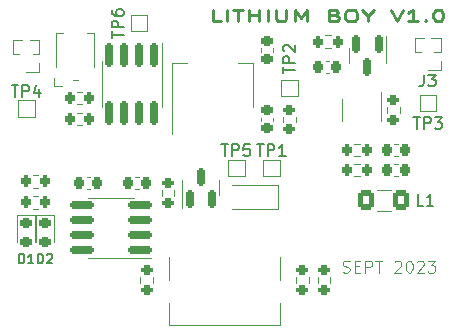
<source format=gto>
%TF.GenerationSoftware,KiCad,Pcbnew,7.0.6*%
%TF.CreationDate,2023-09-04T13:51:19+12:00*%
%TF.ProjectId,GBA_lipo,4742415f-6c69-4706-9f2e-6b696361645f,rev?*%
%TF.SameCoordinates,Original*%
%TF.FileFunction,Legend,Top*%
%TF.FilePolarity,Positive*%
%FSLAX46Y46*%
G04 Gerber Fmt 4.6, Leading zero omitted, Abs format (unit mm)*
G04 Created by KiCad (PCBNEW 7.0.6) date 2023-09-04 13:51:19*
%MOMM*%
%LPD*%
G01*
G04 APERTURE LIST*
G04 Aperture macros list*
%AMRoundRect*
0 Rectangle with rounded corners*
0 $1 Rounding radius*
0 $2 $3 $4 $5 $6 $7 $8 $9 X,Y pos of 4 corners*
0 Add a 4 corners polygon primitive as box body*
4,1,4,$2,$3,$4,$5,$6,$7,$8,$9,$2,$3,0*
0 Add four circle primitives for the rounded corners*
1,1,$1+$1,$2,$3*
1,1,$1+$1,$4,$5*
1,1,$1+$1,$6,$7*
1,1,$1+$1,$8,$9*
0 Add four rect primitives between the rounded corners*
20,1,$1+$1,$2,$3,$4,$5,0*
20,1,$1+$1,$4,$5,$6,$7,0*
20,1,$1+$1,$6,$7,$8,$9,0*
20,1,$1+$1,$8,$9,$2,$3,0*%
G04 Aperture macros list end*
%ADD10C,0.125000*%
%ADD11C,0.250000*%
%ADD12C,0.150000*%
%ADD13C,0.120000*%
%ADD14R,1.000000X1.000000*%
%ADD15RoundRect,0.200000X0.275000X-0.200000X0.275000X0.200000X-0.275000X0.200000X-0.275000X-0.200000X0*%
%ADD16RoundRect,0.250001X-0.462499X-0.624999X0.462499X-0.624999X0.462499X0.624999X-0.462499X0.624999X0*%
%ADD17O,1.000000X1.000000*%
%ADD18C,0.650000*%
%ADD19R,0.600000X1.450000*%
%ADD20R,0.300000X1.450000*%
%ADD21O,1.000000X1.600000*%
%ADD22O,1.000000X2.100000*%
%ADD23RoundRect,0.200000X0.200000X0.275000X-0.200000X0.275000X-0.200000X-0.275000X0.200000X-0.275000X0*%
%ADD24RoundRect,0.200000X-0.275000X0.200000X-0.275000X-0.200000X0.275000X-0.200000X0.275000X0.200000X0*%
%ADD25RoundRect,0.225000X-0.225000X-0.250000X0.225000X-0.250000X0.225000X0.250000X-0.225000X0.250000X0*%
%ADD26RoundRect,0.218750X-0.256250X0.218750X-0.256250X-0.218750X0.256250X-0.218750X0.256250X0.218750X0*%
%ADD27R,1.500000X2.000000*%
%ADD28R,3.800000X2.000000*%
%ADD29R,0.900000X1.200000*%
%ADD30RoundRect,0.200000X-0.200000X-0.275000X0.200000X-0.275000X0.200000X0.275000X-0.200000X0.275000X0*%
%ADD31R,1.200000X1.200000*%
%ADD32R,1.600000X1.500000*%
%ADD33R,0.650000X1.560000*%
%ADD34RoundRect,0.150000X-0.150000X0.587500X-0.150000X-0.587500X0.150000X-0.587500X0.150000X0.587500X0*%
%ADD35RoundRect,0.225000X0.225000X0.250000X-0.225000X0.250000X-0.225000X-0.250000X0.225000X-0.250000X0*%
%ADD36RoundRect,0.150000X0.825000X0.150000X-0.825000X0.150000X-0.825000X-0.150000X0.825000X-0.150000X0*%
%ADD37R,2.290000X3.000000*%
%ADD38RoundRect,0.225000X0.250000X-0.225000X0.250000X0.225000X-0.250000X0.225000X-0.250000X-0.225000X0*%
%ADD39RoundRect,0.150000X0.150000X-0.587500X0.150000X0.587500X-0.150000X0.587500X-0.150000X-0.587500X0*%
%ADD40RoundRect,0.225000X-0.250000X0.225000X-0.250000X-0.225000X0.250000X-0.225000X0.250000X0.225000X0*%
%ADD41RoundRect,0.150000X-0.150000X0.825000X-0.150000X-0.825000X0.150000X-0.825000X0.150000X0.825000X0*%
G04 APERTURE END LIST*
D10*
X110022712Y-138073500D02*
X110165569Y-138121119D01*
X110165569Y-138121119D02*
X110403664Y-138121119D01*
X110403664Y-138121119D02*
X110498902Y-138073500D01*
X110498902Y-138073500D02*
X110546521Y-138025880D01*
X110546521Y-138025880D02*
X110594140Y-137930642D01*
X110594140Y-137930642D02*
X110594140Y-137835404D01*
X110594140Y-137835404D02*
X110546521Y-137740166D01*
X110546521Y-137740166D02*
X110498902Y-137692547D01*
X110498902Y-137692547D02*
X110403664Y-137644928D01*
X110403664Y-137644928D02*
X110213188Y-137597309D01*
X110213188Y-137597309D02*
X110117950Y-137549690D01*
X110117950Y-137549690D02*
X110070331Y-137502071D01*
X110070331Y-137502071D02*
X110022712Y-137406833D01*
X110022712Y-137406833D02*
X110022712Y-137311595D01*
X110022712Y-137311595D02*
X110070331Y-137216357D01*
X110070331Y-137216357D02*
X110117950Y-137168738D01*
X110117950Y-137168738D02*
X110213188Y-137121119D01*
X110213188Y-137121119D02*
X110451283Y-137121119D01*
X110451283Y-137121119D02*
X110594140Y-137168738D01*
X111022712Y-137597309D02*
X111356045Y-137597309D01*
X111498902Y-138121119D02*
X111022712Y-138121119D01*
X111022712Y-138121119D02*
X111022712Y-137121119D01*
X111022712Y-137121119D02*
X111498902Y-137121119D01*
X111927474Y-138121119D02*
X111927474Y-137121119D01*
X111927474Y-137121119D02*
X112308426Y-137121119D01*
X112308426Y-137121119D02*
X112403664Y-137168738D01*
X112403664Y-137168738D02*
X112451283Y-137216357D01*
X112451283Y-137216357D02*
X112498902Y-137311595D01*
X112498902Y-137311595D02*
X112498902Y-137454452D01*
X112498902Y-137454452D02*
X112451283Y-137549690D01*
X112451283Y-137549690D02*
X112403664Y-137597309D01*
X112403664Y-137597309D02*
X112308426Y-137644928D01*
X112308426Y-137644928D02*
X111927474Y-137644928D01*
X112784617Y-137121119D02*
X113356045Y-137121119D01*
X113070331Y-138121119D02*
X113070331Y-137121119D01*
X114403665Y-137216357D02*
X114451284Y-137168738D01*
X114451284Y-137168738D02*
X114546522Y-137121119D01*
X114546522Y-137121119D02*
X114784617Y-137121119D01*
X114784617Y-137121119D02*
X114879855Y-137168738D01*
X114879855Y-137168738D02*
X114927474Y-137216357D01*
X114927474Y-137216357D02*
X114975093Y-137311595D01*
X114975093Y-137311595D02*
X114975093Y-137406833D01*
X114975093Y-137406833D02*
X114927474Y-137549690D01*
X114927474Y-137549690D02*
X114356046Y-138121119D01*
X114356046Y-138121119D02*
X114975093Y-138121119D01*
X115594141Y-137121119D02*
X115689379Y-137121119D01*
X115689379Y-137121119D02*
X115784617Y-137168738D01*
X115784617Y-137168738D02*
X115832236Y-137216357D01*
X115832236Y-137216357D02*
X115879855Y-137311595D01*
X115879855Y-137311595D02*
X115927474Y-137502071D01*
X115927474Y-137502071D02*
X115927474Y-137740166D01*
X115927474Y-137740166D02*
X115879855Y-137930642D01*
X115879855Y-137930642D02*
X115832236Y-138025880D01*
X115832236Y-138025880D02*
X115784617Y-138073500D01*
X115784617Y-138073500D02*
X115689379Y-138121119D01*
X115689379Y-138121119D02*
X115594141Y-138121119D01*
X115594141Y-138121119D02*
X115498903Y-138073500D01*
X115498903Y-138073500D02*
X115451284Y-138025880D01*
X115451284Y-138025880D02*
X115403665Y-137930642D01*
X115403665Y-137930642D02*
X115356046Y-137740166D01*
X115356046Y-137740166D02*
X115356046Y-137502071D01*
X115356046Y-137502071D02*
X115403665Y-137311595D01*
X115403665Y-137311595D02*
X115451284Y-137216357D01*
X115451284Y-137216357D02*
X115498903Y-137168738D01*
X115498903Y-137168738D02*
X115594141Y-137121119D01*
X116308427Y-137216357D02*
X116356046Y-137168738D01*
X116356046Y-137168738D02*
X116451284Y-137121119D01*
X116451284Y-137121119D02*
X116689379Y-137121119D01*
X116689379Y-137121119D02*
X116784617Y-137168738D01*
X116784617Y-137168738D02*
X116832236Y-137216357D01*
X116832236Y-137216357D02*
X116879855Y-137311595D01*
X116879855Y-137311595D02*
X116879855Y-137406833D01*
X116879855Y-137406833D02*
X116832236Y-137549690D01*
X116832236Y-137549690D02*
X116260808Y-138121119D01*
X116260808Y-138121119D02*
X116879855Y-138121119D01*
X117213189Y-137121119D02*
X117832236Y-137121119D01*
X117832236Y-137121119D02*
X117498903Y-137502071D01*
X117498903Y-137502071D02*
X117641760Y-137502071D01*
X117641760Y-137502071D02*
X117736998Y-137549690D01*
X117736998Y-137549690D02*
X117784617Y-137597309D01*
X117784617Y-137597309D02*
X117832236Y-137692547D01*
X117832236Y-137692547D02*
X117832236Y-137930642D01*
X117832236Y-137930642D02*
X117784617Y-138025880D01*
X117784617Y-138025880D02*
X117736998Y-138073500D01*
X117736998Y-138073500D02*
X117641760Y-138121119D01*
X117641760Y-138121119D02*
X117356046Y-138121119D01*
X117356046Y-138121119D02*
X117260808Y-138073500D01*
X117260808Y-138073500D02*
X117213189Y-138025880D01*
D11*
X99735901Y-116864619D02*
X99021615Y-116864619D01*
X99021615Y-116864619D02*
X99021615Y-115864619D01*
X100235901Y-116864619D02*
X100235901Y-115864619D01*
X100735902Y-115864619D02*
X101593045Y-115864619D01*
X101164473Y-116864619D02*
X101164473Y-115864619D01*
X102093044Y-116864619D02*
X102093044Y-115864619D01*
X102093044Y-116340809D02*
X102950187Y-116340809D01*
X102950187Y-116864619D02*
X102950187Y-115864619D01*
X103664473Y-116864619D02*
X103664473Y-115864619D01*
X104378759Y-115864619D02*
X104378759Y-116674142D01*
X104378759Y-116674142D02*
X104450188Y-116769380D01*
X104450188Y-116769380D02*
X104521617Y-116817000D01*
X104521617Y-116817000D02*
X104664474Y-116864619D01*
X104664474Y-116864619D02*
X104950188Y-116864619D01*
X104950188Y-116864619D02*
X105093045Y-116817000D01*
X105093045Y-116817000D02*
X105164474Y-116769380D01*
X105164474Y-116769380D02*
X105235902Y-116674142D01*
X105235902Y-116674142D02*
X105235902Y-115864619D01*
X105950188Y-116864619D02*
X105950188Y-115864619D01*
X105950188Y-115864619D02*
X106450188Y-116578904D01*
X106450188Y-116578904D02*
X106950188Y-115864619D01*
X106950188Y-115864619D02*
X106950188Y-116864619D01*
X109307331Y-116340809D02*
X109521617Y-116388428D01*
X109521617Y-116388428D02*
X109593046Y-116436047D01*
X109593046Y-116436047D02*
X109664474Y-116531285D01*
X109664474Y-116531285D02*
X109664474Y-116674142D01*
X109664474Y-116674142D02*
X109593046Y-116769380D01*
X109593046Y-116769380D02*
X109521617Y-116817000D01*
X109521617Y-116817000D02*
X109378760Y-116864619D01*
X109378760Y-116864619D02*
X108807331Y-116864619D01*
X108807331Y-116864619D02*
X108807331Y-115864619D01*
X108807331Y-115864619D02*
X109307331Y-115864619D01*
X109307331Y-115864619D02*
X109450189Y-115912238D01*
X109450189Y-115912238D02*
X109521617Y-115959857D01*
X109521617Y-115959857D02*
X109593046Y-116055095D01*
X109593046Y-116055095D02*
X109593046Y-116150333D01*
X109593046Y-116150333D02*
X109521617Y-116245571D01*
X109521617Y-116245571D02*
X109450189Y-116293190D01*
X109450189Y-116293190D02*
X109307331Y-116340809D01*
X109307331Y-116340809D02*
X108807331Y-116340809D01*
X110593046Y-115864619D02*
X110878760Y-115864619D01*
X110878760Y-115864619D02*
X111021617Y-115912238D01*
X111021617Y-115912238D02*
X111164474Y-116007476D01*
X111164474Y-116007476D02*
X111235903Y-116197952D01*
X111235903Y-116197952D02*
X111235903Y-116531285D01*
X111235903Y-116531285D02*
X111164474Y-116721761D01*
X111164474Y-116721761D02*
X111021617Y-116817000D01*
X111021617Y-116817000D02*
X110878760Y-116864619D01*
X110878760Y-116864619D02*
X110593046Y-116864619D01*
X110593046Y-116864619D02*
X110450189Y-116817000D01*
X110450189Y-116817000D02*
X110307331Y-116721761D01*
X110307331Y-116721761D02*
X110235903Y-116531285D01*
X110235903Y-116531285D02*
X110235903Y-116197952D01*
X110235903Y-116197952D02*
X110307331Y-116007476D01*
X110307331Y-116007476D02*
X110450189Y-115912238D01*
X110450189Y-115912238D02*
X110593046Y-115864619D01*
X112164475Y-116388428D02*
X112164475Y-116864619D01*
X111664475Y-115864619D02*
X112164475Y-116388428D01*
X112164475Y-116388428D02*
X112664475Y-115864619D01*
X114093046Y-115864619D02*
X114593046Y-116864619D01*
X114593046Y-116864619D02*
X115093046Y-115864619D01*
X116378760Y-116864619D02*
X115521617Y-116864619D01*
X115950188Y-116864619D02*
X115950188Y-115864619D01*
X115950188Y-115864619D02*
X115807331Y-116007476D01*
X115807331Y-116007476D02*
X115664474Y-116102714D01*
X115664474Y-116102714D02*
X115521617Y-116150333D01*
X117021616Y-116769380D02*
X117093045Y-116817000D01*
X117093045Y-116817000D02*
X117021616Y-116864619D01*
X117021616Y-116864619D02*
X116950188Y-116817000D01*
X116950188Y-116817000D02*
X117021616Y-116769380D01*
X117021616Y-116769380D02*
X117021616Y-116864619D01*
X118021617Y-115864619D02*
X118164474Y-115864619D01*
X118164474Y-115864619D02*
X118307331Y-115912238D01*
X118307331Y-115912238D02*
X118378760Y-115959857D01*
X118378760Y-115959857D02*
X118450188Y-116055095D01*
X118450188Y-116055095D02*
X118521617Y-116245571D01*
X118521617Y-116245571D02*
X118521617Y-116483666D01*
X118521617Y-116483666D02*
X118450188Y-116674142D01*
X118450188Y-116674142D02*
X118378760Y-116769380D01*
X118378760Y-116769380D02*
X118307331Y-116817000D01*
X118307331Y-116817000D02*
X118164474Y-116864619D01*
X118164474Y-116864619D02*
X118021617Y-116864619D01*
X118021617Y-116864619D02*
X117878760Y-116817000D01*
X117878760Y-116817000D02*
X117807331Y-116769380D01*
X117807331Y-116769380D02*
X117735902Y-116674142D01*
X117735902Y-116674142D02*
X117664474Y-116483666D01*
X117664474Y-116483666D02*
X117664474Y-116245571D01*
X117664474Y-116245571D02*
X117735902Y-116055095D01*
X117735902Y-116055095D02*
X117807331Y-115959857D01*
X117807331Y-115959857D02*
X117878760Y-115912238D01*
X117878760Y-115912238D02*
X118021617Y-115864619D01*
D12*
X90454819Y-118261904D02*
X90454819Y-117690476D01*
X91454819Y-117976190D02*
X90454819Y-117976190D01*
X91454819Y-117357142D02*
X90454819Y-117357142D01*
X90454819Y-117357142D02*
X90454819Y-116976190D01*
X90454819Y-116976190D02*
X90502438Y-116880952D01*
X90502438Y-116880952D02*
X90550057Y-116833333D01*
X90550057Y-116833333D02*
X90645295Y-116785714D01*
X90645295Y-116785714D02*
X90788152Y-116785714D01*
X90788152Y-116785714D02*
X90883390Y-116833333D01*
X90883390Y-116833333D02*
X90931009Y-116880952D01*
X90931009Y-116880952D02*
X90978628Y-116976190D01*
X90978628Y-116976190D02*
X90978628Y-117357142D01*
X90454819Y-115928571D02*
X90454819Y-116119047D01*
X90454819Y-116119047D02*
X90502438Y-116214285D01*
X90502438Y-116214285D02*
X90550057Y-116261904D01*
X90550057Y-116261904D02*
X90692914Y-116357142D01*
X90692914Y-116357142D02*
X90883390Y-116404761D01*
X90883390Y-116404761D02*
X91264342Y-116404761D01*
X91264342Y-116404761D02*
X91359580Y-116357142D01*
X91359580Y-116357142D02*
X91407200Y-116309523D01*
X91407200Y-116309523D02*
X91454819Y-116214285D01*
X91454819Y-116214285D02*
X91454819Y-116023809D01*
X91454819Y-116023809D02*
X91407200Y-115928571D01*
X91407200Y-115928571D02*
X91359580Y-115880952D01*
X91359580Y-115880952D02*
X91264342Y-115833333D01*
X91264342Y-115833333D02*
X91026247Y-115833333D01*
X91026247Y-115833333D02*
X90931009Y-115880952D01*
X90931009Y-115880952D02*
X90883390Y-115928571D01*
X90883390Y-115928571D02*
X90835771Y-116023809D01*
X90835771Y-116023809D02*
X90835771Y-116214285D01*
X90835771Y-116214285D02*
X90883390Y-116309523D01*
X90883390Y-116309523D02*
X90931009Y-116357142D01*
X90931009Y-116357142D02*
X91026247Y-116404761D01*
X99738095Y-127256819D02*
X100309523Y-127256819D01*
X100023809Y-128256819D02*
X100023809Y-127256819D01*
X100642857Y-128256819D02*
X100642857Y-127256819D01*
X100642857Y-127256819D02*
X101023809Y-127256819D01*
X101023809Y-127256819D02*
X101119047Y-127304438D01*
X101119047Y-127304438D02*
X101166666Y-127352057D01*
X101166666Y-127352057D02*
X101214285Y-127447295D01*
X101214285Y-127447295D02*
X101214285Y-127590152D01*
X101214285Y-127590152D02*
X101166666Y-127685390D01*
X101166666Y-127685390D02*
X101119047Y-127733009D01*
X101119047Y-127733009D02*
X101023809Y-127780628D01*
X101023809Y-127780628D02*
X100642857Y-127780628D01*
X102119047Y-127256819D02*
X101642857Y-127256819D01*
X101642857Y-127256819D02*
X101595238Y-127733009D01*
X101595238Y-127733009D02*
X101642857Y-127685390D01*
X101642857Y-127685390D02*
X101738095Y-127637771D01*
X101738095Y-127637771D02*
X101976190Y-127637771D01*
X101976190Y-127637771D02*
X102071428Y-127685390D01*
X102071428Y-127685390D02*
X102119047Y-127733009D01*
X102119047Y-127733009D02*
X102166666Y-127828247D01*
X102166666Y-127828247D02*
X102166666Y-128066342D01*
X102166666Y-128066342D02*
X102119047Y-128161580D01*
X102119047Y-128161580D02*
X102071428Y-128209200D01*
X102071428Y-128209200D02*
X101976190Y-128256819D01*
X101976190Y-128256819D02*
X101738095Y-128256819D01*
X101738095Y-128256819D02*
X101642857Y-128209200D01*
X101642857Y-128209200D02*
X101595238Y-128161580D01*
X81988095Y-122256819D02*
X82559523Y-122256819D01*
X82273809Y-123256819D02*
X82273809Y-122256819D01*
X82892857Y-123256819D02*
X82892857Y-122256819D01*
X82892857Y-122256819D02*
X83273809Y-122256819D01*
X83273809Y-122256819D02*
X83369047Y-122304438D01*
X83369047Y-122304438D02*
X83416666Y-122352057D01*
X83416666Y-122352057D02*
X83464285Y-122447295D01*
X83464285Y-122447295D02*
X83464285Y-122590152D01*
X83464285Y-122590152D02*
X83416666Y-122685390D01*
X83416666Y-122685390D02*
X83369047Y-122733009D01*
X83369047Y-122733009D02*
X83273809Y-122780628D01*
X83273809Y-122780628D02*
X82892857Y-122780628D01*
X84321428Y-122590152D02*
X84321428Y-123256819D01*
X84083333Y-122209200D02*
X83845238Y-122923485D01*
X83845238Y-122923485D02*
X84464285Y-122923485D01*
X115988095Y-124954819D02*
X116559523Y-124954819D01*
X116273809Y-125954819D02*
X116273809Y-124954819D01*
X116892857Y-125954819D02*
X116892857Y-124954819D01*
X116892857Y-124954819D02*
X117273809Y-124954819D01*
X117273809Y-124954819D02*
X117369047Y-125002438D01*
X117369047Y-125002438D02*
X117416666Y-125050057D01*
X117416666Y-125050057D02*
X117464285Y-125145295D01*
X117464285Y-125145295D02*
X117464285Y-125288152D01*
X117464285Y-125288152D02*
X117416666Y-125383390D01*
X117416666Y-125383390D02*
X117369047Y-125431009D01*
X117369047Y-125431009D02*
X117273809Y-125478628D01*
X117273809Y-125478628D02*
X116892857Y-125478628D01*
X117797619Y-124954819D02*
X118416666Y-124954819D01*
X118416666Y-124954819D02*
X118083333Y-125335771D01*
X118083333Y-125335771D02*
X118226190Y-125335771D01*
X118226190Y-125335771D02*
X118321428Y-125383390D01*
X118321428Y-125383390D02*
X118369047Y-125431009D01*
X118369047Y-125431009D02*
X118416666Y-125526247D01*
X118416666Y-125526247D02*
X118416666Y-125764342D01*
X118416666Y-125764342D02*
X118369047Y-125859580D01*
X118369047Y-125859580D02*
X118321428Y-125907200D01*
X118321428Y-125907200D02*
X118226190Y-125954819D01*
X118226190Y-125954819D02*
X117940476Y-125954819D01*
X117940476Y-125954819D02*
X117845238Y-125907200D01*
X117845238Y-125907200D02*
X117797619Y-125859580D01*
X104954819Y-121261904D02*
X104954819Y-120690476D01*
X105954819Y-120976190D02*
X104954819Y-120976190D01*
X105954819Y-120357142D02*
X104954819Y-120357142D01*
X104954819Y-120357142D02*
X104954819Y-119976190D01*
X104954819Y-119976190D02*
X105002438Y-119880952D01*
X105002438Y-119880952D02*
X105050057Y-119833333D01*
X105050057Y-119833333D02*
X105145295Y-119785714D01*
X105145295Y-119785714D02*
X105288152Y-119785714D01*
X105288152Y-119785714D02*
X105383390Y-119833333D01*
X105383390Y-119833333D02*
X105431009Y-119880952D01*
X105431009Y-119880952D02*
X105478628Y-119976190D01*
X105478628Y-119976190D02*
X105478628Y-120357142D01*
X105050057Y-119404761D02*
X105002438Y-119357142D01*
X105002438Y-119357142D02*
X104954819Y-119261904D01*
X104954819Y-119261904D02*
X104954819Y-119023809D01*
X104954819Y-119023809D02*
X105002438Y-118928571D01*
X105002438Y-118928571D02*
X105050057Y-118880952D01*
X105050057Y-118880952D02*
X105145295Y-118833333D01*
X105145295Y-118833333D02*
X105240533Y-118833333D01*
X105240533Y-118833333D02*
X105383390Y-118880952D01*
X105383390Y-118880952D02*
X105954819Y-119452380D01*
X105954819Y-119452380D02*
X105954819Y-118833333D01*
X102738095Y-127256819D02*
X103309523Y-127256819D01*
X103023809Y-128256819D02*
X103023809Y-127256819D01*
X103642857Y-128256819D02*
X103642857Y-127256819D01*
X103642857Y-127256819D02*
X104023809Y-127256819D01*
X104023809Y-127256819D02*
X104119047Y-127304438D01*
X104119047Y-127304438D02*
X104166666Y-127352057D01*
X104166666Y-127352057D02*
X104214285Y-127447295D01*
X104214285Y-127447295D02*
X104214285Y-127590152D01*
X104214285Y-127590152D02*
X104166666Y-127685390D01*
X104166666Y-127685390D02*
X104119047Y-127733009D01*
X104119047Y-127733009D02*
X104023809Y-127780628D01*
X104023809Y-127780628D02*
X103642857Y-127780628D01*
X105166666Y-128256819D02*
X104595238Y-128256819D01*
X104880952Y-128256819D02*
X104880952Y-127256819D01*
X104880952Y-127256819D02*
X104785714Y-127399676D01*
X104785714Y-127399676D02*
X104690476Y-127494914D01*
X104690476Y-127494914D02*
X104595238Y-127542533D01*
X116833333Y-132454819D02*
X116357143Y-132454819D01*
X116357143Y-132454819D02*
X116357143Y-131454819D01*
X117690476Y-132454819D02*
X117119048Y-132454819D01*
X117404762Y-132454819D02*
X117404762Y-131454819D01*
X117404762Y-131454819D02*
X117309524Y-131597676D01*
X117309524Y-131597676D02*
X117214286Y-131692914D01*
X117214286Y-131692914D02*
X117119048Y-131740533D01*
X116866666Y-121359819D02*
X116866666Y-122074104D01*
X116866666Y-122074104D02*
X116819047Y-122216961D01*
X116819047Y-122216961D02*
X116723809Y-122312200D01*
X116723809Y-122312200D02*
X116580952Y-122359819D01*
X116580952Y-122359819D02*
X116485714Y-122359819D01*
X117247619Y-121359819D02*
X117866666Y-121359819D01*
X117866666Y-121359819D02*
X117533333Y-121740771D01*
X117533333Y-121740771D02*
X117676190Y-121740771D01*
X117676190Y-121740771D02*
X117771428Y-121788390D01*
X117771428Y-121788390D02*
X117819047Y-121836009D01*
X117819047Y-121836009D02*
X117866666Y-121931247D01*
X117866666Y-121931247D02*
X117866666Y-122169342D01*
X117866666Y-122169342D02*
X117819047Y-122264580D01*
X117819047Y-122264580D02*
X117771428Y-122312200D01*
X117771428Y-122312200D02*
X117676190Y-122359819D01*
X117676190Y-122359819D02*
X117390476Y-122359819D01*
X117390476Y-122359819D02*
X117295238Y-122312200D01*
X117295238Y-122312200D02*
X117247619Y-122264580D01*
X82609524Y-137350295D02*
X82609524Y-136550295D01*
X82609524Y-136550295D02*
X82800000Y-136550295D01*
X82800000Y-136550295D02*
X82914286Y-136588390D01*
X82914286Y-136588390D02*
X82990476Y-136664580D01*
X82990476Y-136664580D02*
X83028571Y-136740771D01*
X83028571Y-136740771D02*
X83066667Y-136893152D01*
X83066667Y-136893152D02*
X83066667Y-137007438D01*
X83066667Y-137007438D02*
X83028571Y-137159819D01*
X83028571Y-137159819D02*
X82990476Y-137236009D01*
X82990476Y-137236009D02*
X82914286Y-137312200D01*
X82914286Y-137312200D02*
X82800000Y-137350295D01*
X82800000Y-137350295D02*
X82609524Y-137350295D01*
X83828571Y-137350295D02*
X83371428Y-137350295D01*
X83600000Y-137350295D02*
X83600000Y-136550295D01*
X83600000Y-136550295D02*
X83523809Y-136664580D01*
X83523809Y-136664580D02*
X83447619Y-136740771D01*
X83447619Y-136740771D02*
X83371428Y-136778866D01*
X84209524Y-137350295D02*
X84209524Y-136550295D01*
X84209524Y-136550295D02*
X84400000Y-136550295D01*
X84400000Y-136550295D02*
X84514286Y-136588390D01*
X84514286Y-136588390D02*
X84590476Y-136664580D01*
X84590476Y-136664580D02*
X84628571Y-136740771D01*
X84628571Y-136740771D02*
X84666667Y-136893152D01*
X84666667Y-136893152D02*
X84666667Y-137007438D01*
X84666667Y-137007438D02*
X84628571Y-137159819D01*
X84628571Y-137159819D02*
X84590476Y-137236009D01*
X84590476Y-137236009D02*
X84514286Y-137312200D01*
X84514286Y-137312200D02*
X84400000Y-137350295D01*
X84400000Y-137350295D02*
X84209524Y-137350295D01*
X84971428Y-136626485D02*
X85009524Y-136588390D01*
X85009524Y-136588390D02*
X85085714Y-136550295D01*
X85085714Y-136550295D02*
X85276190Y-136550295D01*
X85276190Y-136550295D02*
X85352381Y-136588390D01*
X85352381Y-136588390D02*
X85390476Y-136626485D01*
X85390476Y-136626485D02*
X85428571Y-136702676D01*
X85428571Y-136702676D02*
X85428571Y-136778866D01*
X85428571Y-136778866D02*
X85390476Y-136893152D01*
X85390476Y-136893152D02*
X84933333Y-137350295D01*
X84933333Y-137350295D02*
X85428571Y-137350295D01*
D13*
X92050000Y-117700000D02*
X92050000Y-116300000D01*
X93450000Y-116300000D02*
X93450000Y-117700000D01*
X92050000Y-116300000D02*
X93450000Y-116300000D01*
X93450000Y-117700000D02*
X92050000Y-117700000D01*
X100300000Y-129950000D02*
X100300000Y-128550000D01*
X101700000Y-128550000D02*
X101700000Y-129950000D01*
X100300000Y-128550000D02*
X101700000Y-128550000D01*
X101700000Y-129950000D02*
X100300000Y-129950000D01*
X82550000Y-124950000D02*
X82550000Y-123550000D01*
X83950000Y-123550000D02*
X83950000Y-124950000D01*
X82550000Y-123550000D02*
X83950000Y-123550000D01*
X83950000Y-124950000D02*
X82550000Y-124950000D01*
X116550000Y-124450000D02*
X116550000Y-123050000D01*
X117950000Y-123050000D02*
X117950000Y-124450000D01*
X116550000Y-123050000D02*
X117950000Y-123050000D01*
X117950000Y-124450000D02*
X116550000Y-124450000D01*
X104800000Y-123200000D02*
X104800000Y-121800000D01*
X106200000Y-121800000D02*
X106200000Y-123200000D01*
X104800000Y-121800000D02*
X106200000Y-121800000D01*
X106200000Y-123200000D02*
X104800000Y-123200000D01*
X104700000Y-129950000D02*
X103300000Y-129950000D01*
X103300000Y-128550000D02*
X104700000Y-128550000D01*
X104700000Y-128550000D02*
X104700000Y-129950000D01*
X103300000Y-129950000D02*
X103300000Y-128550000D01*
X106022500Y-125412258D02*
X106022500Y-124937742D01*
X104977500Y-125412258D02*
X104977500Y-124937742D01*
X112897936Y-131090000D02*
X114102064Y-131090000D01*
X112897936Y-132910000D02*
X114102064Y-132910000D01*
X118310000Y-120210000D02*
X118310000Y-120970000D01*
X118310000Y-119450000D02*
X118310000Y-118245000D01*
X118310000Y-119450000D02*
X117763471Y-119450000D01*
X116892470Y-118245000D02*
X116090000Y-118245000D01*
X116090000Y-119450000D02*
X116090000Y-118245000D01*
X118310000Y-120970000D02*
X117200000Y-120970000D01*
X118310000Y-118245000D02*
X117507530Y-118245000D01*
X116636529Y-119450000D02*
X116090000Y-119450000D01*
X95300000Y-136790000D02*
X95300000Y-138790000D01*
X95300000Y-140690000D02*
X95300000Y-142590000D01*
X104700000Y-136790000D02*
X104700000Y-138790000D01*
X104700000Y-140690000D02*
X104700000Y-142590000D01*
X95300000Y-142590000D02*
X104700000Y-142590000D01*
X87977258Y-123862500D02*
X87502742Y-123862500D01*
X87977258Y-122817500D02*
X87502742Y-122817500D01*
X92877500Y-138502742D02*
X92877500Y-138977258D01*
X93922500Y-138502742D02*
X93922500Y-138977258D01*
X88332420Y-131050000D02*
X88613580Y-131050000D01*
X88332420Y-130030000D02*
X88613580Y-130030000D01*
X83935000Y-133242500D02*
X82465000Y-133242500D01*
X83935000Y-135527500D02*
X83935000Y-133242500D01*
X82465000Y-133242500D02*
X82465000Y-135527500D01*
X102410000Y-120355000D02*
X101150000Y-120355000D01*
X95590000Y-126365000D02*
X95590000Y-120355000D01*
X95590000Y-120355000D02*
X96850000Y-120355000D01*
X102410000Y-124115000D02*
X102410000Y-120355000D01*
X104500000Y-132740000D02*
X104500000Y-130740000D01*
X104500000Y-130740000D02*
X100600000Y-130740000D01*
X104500000Y-132740000D02*
X100600000Y-132740000D01*
X83762742Y-132709500D02*
X84237258Y-132709500D01*
X83762742Y-131664500D02*
X84237258Y-131664500D01*
X85565000Y-122340000D02*
X86265000Y-122340000D01*
X87165000Y-121840000D02*
X87565000Y-121840000D01*
X85765000Y-120740000D02*
X85765000Y-117840000D01*
X88965000Y-120740000D02*
X88965000Y-117840000D01*
X88965000Y-117840000D02*
X88365000Y-117840000D01*
X85565000Y-121640000D02*
X85565000Y-122340000D01*
X85765000Y-117840000D02*
X86365000Y-117840000D01*
X113210000Y-125265000D02*
X113210000Y-122815000D01*
X109990000Y-123465000D02*
X109990000Y-125265000D01*
X114384420Y-128250000D02*
X114665580Y-128250000D01*
X114384420Y-127230000D02*
X114665580Y-127230000D01*
X85535000Y-133242500D02*
X84065000Y-133242500D01*
X84065000Y-133242500D02*
X84065000Y-135527500D01*
X85535000Y-135527500D02*
X85535000Y-133242500D01*
X113660000Y-119740000D02*
X113660000Y-120390000D01*
X110540000Y-119740000D02*
X110540000Y-119090000D01*
X113660000Y-119740000D02*
X113660000Y-118065000D01*
X110540000Y-119740000D02*
X110540000Y-120390000D01*
X92740580Y-131050000D02*
X92459420Y-131050000D01*
X92740580Y-130030000D02*
X92459420Y-130030000D01*
X108559420Y-121250000D02*
X108840580Y-121250000D01*
X108559420Y-120230000D02*
X108840580Y-120230000D01*
X90370000Y-136900000D02*
X93820000Y-136900000D01*
X90370000Y-131780000D02*
X92320000Y-131780000D01*
X90370000Y-131780000D02*
X88420000Y-131780000D01*
X90370000Y-136900000D02*
X88420000Y-136900000D01*
X95722500Y-131127742D02*
X95722500Y-131602258D01*
X94677500Y-131127742D02*
X94677500Y-131602258D01*
X83762742Y-130931500D02*
X84237258Y-130931500D01*
X83762742Y-129886500D02*
X84237258Y-129886500D01*
X82090000Y-119650000D02*
X82090000Y-118445000D01*
X82892470Y-118445000D02*
X82090000Y-118445000D01*
X82636529Y-119650000D02*
X82090000Y-119650000D01*
X84310000Y-119650000D02*
X84310000Y-118445000D01*
X84310000Y-119650000D02*
X83763471Y-119650000D01*
X84310000Y-118445000D02*
X83507530Y-118445000D01*
X84310000Y-121170000D02*
X83200000Y-121170000D01*
X84310000Y-120410000D02*
X84310000Y-121170000D01*
X110962742Y-129987500D02*
X111437258Y-129987500D01*
X110962742Y-128942500D02*
X111437258Y-128942500D01*
X107877500Y-138502742D02*
X107877500Y-138977258D01*
X108922500Y-138502742D02*
X108922500Y-138977258D01*
X107122500Y-138527742D02*
X107122500Y-139002258D01*
X106077500Y-138527742D02*
X106077500Y-139002258D01*
X87502742Y-125662500D02*
X87977258Y-125662500D01*
X87502742Y-124617500D02*
X87977258Y-124617500D01*
X111437258Y-128262500D02*
X110962742Y-128262500D01*
X111437258Y-127217500D02*
X110962742Y-127217500D01*
X104110000Y-125280580D02*
X104110000Y-124999420D01*
X103090000Y-125280580D02*
X103090000Y-124999420D01*
X96440000Y-130940000D02*
X96440000Y-132615000D01*
X96440000Y-130940000D02*
X96440000Y-130290000D01*
X99560000Y-130940000D02*
X99560000Y-131590000D01*
X99560000Y-130940000D02*
X99560000Y-130290000D01*
X104110000Y-119149420D02*
X104110000Y-119430580D01*
X103090000Y-119149420D02*
X103090000Y-119430580D01*
X114665580Y-128955000D02*
X114384420Y-128955000D01*
X114665580Y-129975000D02*
X114384420Y-129975000D01*
X114822500Y-124577258D02*
X114822500Y-124102742D01*
X113777500Y-124577258D02*
X113777500Y-124102742D01*
X108537742Y-119087500D02*
X109012258Y-119087500D01*
X108537742Y-118042500D02*
X109012258Y-118042500D01*
X89605000Y-122140000D02*
X89605000Y-120190000D01*
X89605000Y-122140000D02*
X89605000Y-124090000D01*
X94725000Y-122140000D02*
X94725000Y-118690000D01*
X94725000Y-122140000D02*
X94725000Y-124090000D01*
%LPC*%
D14*
X92750000Y-117000000D03*
X101000000Y-129250000D03*
X83250000Y-124250000D03*
X117250000Y-123750000D03*
X105500000Y-122500000D03*
X104000000Y-129250000D03*
D15*
X105500000Y-126000000D03*
X105500000Y-124350000D03*
D16*
X114987500Y-132000000D03*
X112012500Y-132000000D03*
D14*
X117200000Y-120210000D03*
D17*
X117200000Y-118940000D03*
D18*
X102890000Y-136090000D03*
X97110000Y-136090000D03*
D19*
X96750000Y-134645000D03*
X97550000Y-134645000D03*
D20*
X98750000Y-134645000D03*
X99750000Y-134645000D03*
X100250000Y-134645000D03*
X101250000Y-134645000D03*
D19*
X102450000Y-134645000D03*
X103250000Y-134645000D03*
X103250000Y-134645000D03*
X102450000Y-134645000D03*
D20*
X101750000Y-134645000D03*
X100750000Y-134645000D03*
X99250000Y-134645000D03*
X98250000Y-134645000D03*
D19*
X97550000Y-134645000D03*
X96750000Y-134645000D03*
D21*
X95680000Y-139740000D03*
X104320000Y-139740000D03*
D22*
X104320000Y-135560000D03*
X95680000Y-135560000D03*
D23*
X88565000Y-123340000D03*
X86915000Y-123340000D03*
D24*
X93400000Y-137915000D03*
X93400000Y-139565000D03*
D25*
X87698000Y-130540000D03*
X89248000Y-130540000D03*
D26*
X83200000Y-133940000D03*
X83200000Y-135515000D03*
D27*
X96700000Y-125415000D03*
X99000000Y-125415000D03*
D28*
X99000000Y-119115000D03*
D27*
X101300000Y-125415000D03*
D29*
X103900000Y-131740000D03*
X100600000Y-131740000D03*
D30*
X83175000Y-132187000D03*
X84825000Y-132187000D03*
D31*
X86365000Y-121540000D03*
D32*
X87365000Y-118290000D03*
D31*
X88365000Y-121540000D03*
D33*
X112550000Y-123015000D03*
X111600000Y-123015000D03*
X110650000Y-123015000D03*
X110650000Y-125715000D03*
X112550000Y-125715000D03*
D25*
X113750000Y-127740000D03*
X115300000Y-127740000D03*
D26*
X84800000Y-133940000D03*
X84800000Y-135515000D03*
D34*
X113050000Y-118802500D03*
X111150000Y-118802500D03*
X112100000Y-120677500D03*
D35*
X93375000Y-130540000D03*
X91825000Y-130540000D03*
D25*
X107925000Y-120740000D03*
X109475000Y-120740000D03*
D36*
X92845000Y-136245000D03*
X92845000Y-134975000D03*
X92845000Y-133705000D03*
X92845000Y-132435000D03*
X87895000Y-132435000D03*
X87895000Y-133705000D03*
X87895000Y-134975000D03*
X87895000Y-136245000D03*
D37*
X90370000Y-134340000D03*
D24*
X95200000Y-130540000D03*
X95200000Y-132190000D03*
D30*
X83175000Y-130409000D03*
X84825000Y-130409000D03*
D14*
X83200000Y-120410000D03*
D17*
X83200000Y-119140000D03*
D30*
X110375000Y-129465000D03*
X112025000Y-129465000D03*
D24*
X108400000Y-137915000D03*
X108400000Y-139565000D03*
X106600000Y-137940000D03*
X106600000Y-139590000D03*
D30*
X86915000Y-125140000D03*
X88565000Y-125140000D03*
D23*
X112025000Y-127740000D03*
X110375000Y-127740000D03*
D38*
X103600000Y-125915000D03*
X103600000Y-124365000D03*
D39*
X97050000Y-131877500D03*
X98950000Y-131877500D03*
X98000000Y-130002500D03*
D40*
X103600000Y-118515000D03*
X103600000Y-120065000D03*
D35*
X115300000Y-129465000D03*
X113750000Y-129465000D03*
D15*
X114300000Y-125165000D03*
X114300000Y-123515000D03*
D30*
X107950000Y-118565000D03*
X109600000Y-118565000D03*
D41*
X94070000Y-119665000D03*
X92800000Y-119665000D03*
X91530000Y-119665000D03*
X90260000Y-119665000D03*
X90260000Y-124615000D03*
X91530000Y-124615000D03*
X92800000Y-124615000D03*
X94070000Y-124615000D03*
%LPD*%
M02*

</source>
